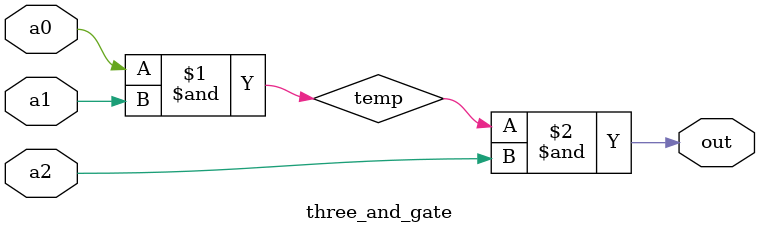
<source format=v>
module three_and_gate(a0,a1,a2,out);
	input a0,a1,a2;
	output out;
	wire temp;

	and and1(temp,a0,a1);
	and and2(out,temp,a2);
endmodule

</source>
